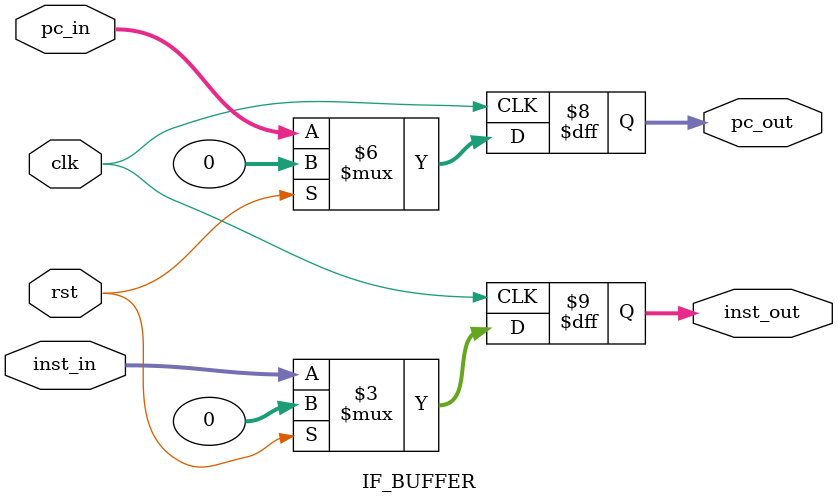
<source format=sv>
`timescale 1ns / 1ps


module IF_BUFFER(
        input logic clk,
        input logic rst,
        input reg [31:0] pc_in,
        output reg [31:0] pc_out,
        input reg [31:0] inst_in,
        output reg[31:0] inst_out

    );
    
    always_ff @(posedge clk) begin
        if (rst) begin
            pc_out <= 0;
            inst_out <= 0;
        end else begin
            pc_out <= pc_in;
            inst_out <= inst_in;
        end
    end
 
    
endmodule

</source>
